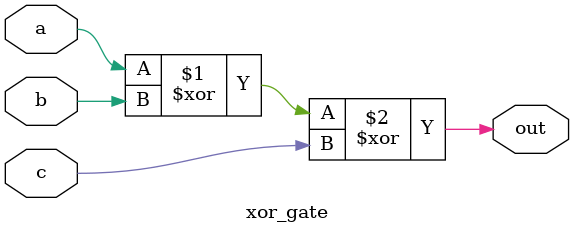
<source format=v>
module xor_gate(
    input a,
    input b,
    input c,
    output out
);

assign out = a ^ b ^ c;

endmodule
</source>
